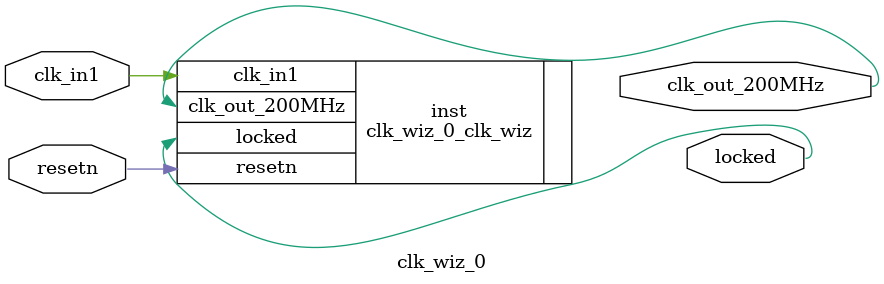
<source format=v>


`timescale 1ps/1ps

(* CORE_GENERATION_INFO = "clk_wiz_0,clk_wiz_v6_0_3_0_0,{component_name=clk_wiz_0,use_phase_alignment=true,use_min_o_jitter=false,use_max_i_jitter=false,use_dyn_phase_shift=false,use_inclk_switchover=false,use_dyn_reconfig=false,enable_axi=0,feedback_source=FDBK_AUTO,PRIMITIVE=MMCM,num_out_clk=1,clkin1_period=10.000,clkin2_period=10.000,use_power_down=false,use_reset=true,use_locked=true,use_inclk_stopped=false,feedback_type=SINGLE,CLOCK_MGR_TYPE=NA,manual_override=false}" *)

module clk_wiz_0 
 (
  // Clock out ports
  output        clk_out_200MHz,
  // Status and control signals
  input         resetn,
  output        locked,
 // Clock in ports
  input         clk_in1
 );

  clk_wiz_0_clk_wiz inst
  (
  // Clock out ports  
  .clk_out_200MHz(clk_out_200MHz),
  // Status and control signals               
  .resetn(resetn), 
  .locked(locked),
 // Clock in ports
  .clk_in1(clk_in1)
  );

endmodule

</source>
